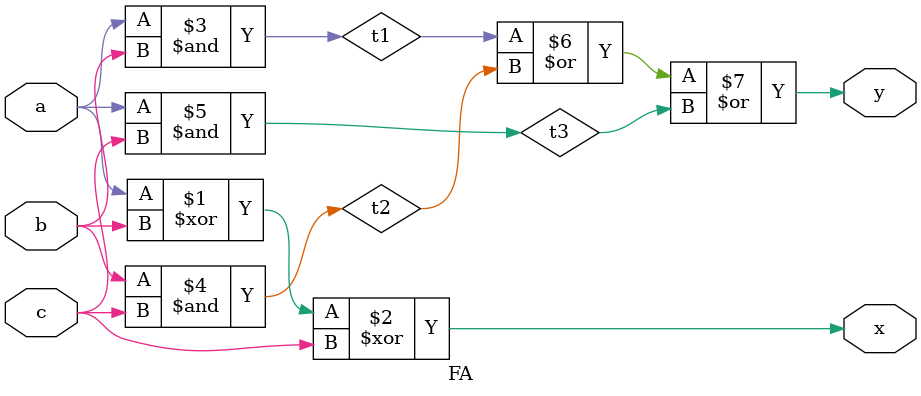
<source format=v>
module FA(x,y,a,b,c);
input a,b,c;
output x,y;
wire t1,t2,t3,t4;

xor g3 (x,a,b,c);
and g4 (t1,a,b);
and g5 (t2,b,c);
and g6 (t3,a,c);
or g7 (y,t1,t2,t3);

endmodule

</source>
